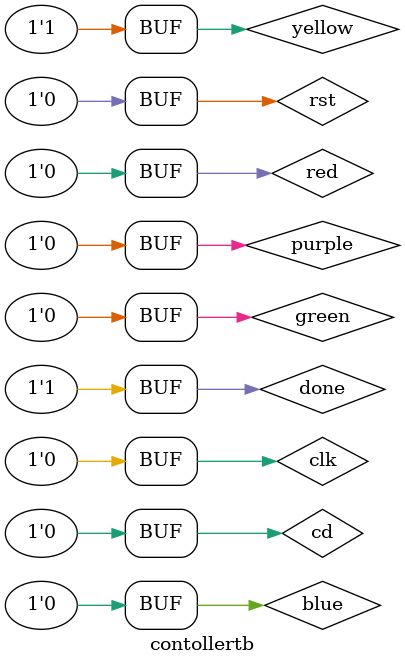
<source format=v>
`include "controller.v"

module contollertb;
	wire stop_motor,front_motor,turn_left,turn_right,rotate;
	reg cd,red,green,blue,purple,yellow,done,clk,rst;

	controller ct (stop_motor,front_motor,turn_left,turn_right,rotate,
		cd,red,green,blue,purple,yellow,done,clk,rst);

	initial begin
		rst = 0;
		clk = 0;
		cd = 0;
		red = 0;
		green = 0;
		blue = 0;
		purple = 0;
		yellow = 0;
		done = 1;
		#5 rst = 1;
		#5 rst = 0;
	end
	initial begin
		repeat (1000) #5 clk = ~clk;
	end
	initial begin
		$monitor("time = %d\nstop_motor = %d\nfront_motor = %d\nturn_left = %d\nturn_right = %d\nrotate = %d\n",$time,stop_motor,front_motor,turn_left,turn_right,rotate);
	end

	initial begin
		//RED Tester
		#20 cd = 1;
		red = 1;
		done = 0;
		#20 cd = 0;
		done = 1;

		//GREEN Tester
		red = 0;
		#10 cd = 1;
		green = 1;
		done = 0;
		#20 cd = 0;
		done = 1;

		//BLUE Tester
		green = 0;
		#20 cd = 1;
		blue = 1;
		done = 0;
		#20 cd = 0;
		done = 1;

		//PURPLE Tester
		blue = 0;
		#20 cd = 1;
		purple = 1;
		done = 0;
		#20 cd = 0;
		done = 1;

		//YELLOW Tester
		purple = 0;
		#20 cd = 1;
		yellow = 1;
		done = 0;
		#20 cd = 0;
		done = 1;
	end
endmodule
</source>
